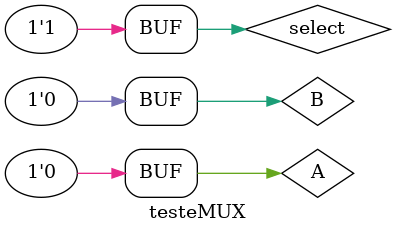
<source format=v>
`timescale 1ns/1ps

module testeMUX;

    // Declaração de sinais
    reg select, A, B;         // Entradas do MUX
    wire S;                   // Saída do MUX

    // Instância do módulo ci157_MUX
    ci157_MUX DUT (
        .select(select), 
        .A(A), 
        .B(B), 
        .S(S)
    );

    // Bloco inicial para a simulação
    initial begin
        // Inicializa as entradas
        select = 0; 
        A = 0; 
        B = 0;
        
        // Sequência de testes
        #20 A = 1;           // Após 20 ns, A se torna 1
        #20 B = 1;           // Após 20 ns, B se torna 1
        #20 A = 0;           // Após 20 ns, A se torna 0
        #20 B = 0;           // Após 20 ns, B se torna 0
        #20 select = 1;      // Após 20 ns, select se torna 1
        #20 A = 1;           // Após 20 ns, A se torna 1
        #20 B = 1;           // Após 20 ns, B se torna 1
        #20 A = 0;           // Após 20 ns, A se torna 0
        #20 B = 0;           // Após 20 ns, B se torna 0
    end
endmodule

// Este módulo de teste simula um MUX de 2 entradas (A e B) controlado pelo sinal 'select'.
// A saída 'S' deve ser igual a 'A' quando 'select' for 0 e igual a 'B' quando 'select' for 1.
// A sequência de testes altera os valores de 'A', 'B' e 'select' ao longo do tempo para verificar o funcionamento correto do MUX.

</source>
